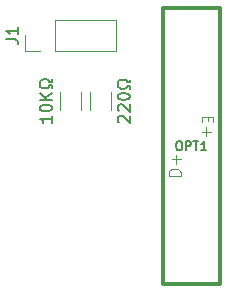
<source format=gbr>
%TF.GenerationSoftware,KiCad,Pcbnew,8.0.3*%
%TF.CreationDate,2024-06-20T22:57:56-06:00*%
%TF.ProjectId,Sensor,53656e73-6f72-42e6-9b69-6361645f7063,rev?*%
%TF.SameCoordinates,Original*%
%TF.FileFunction,Legend,Top*%
%TF.FilePolarity,Positive*%
%FSLAX46Y46*%
G04 Gerber Fmt 4.6, Leading zero omitted, Abs format (unit mm)*
G04 Created by KiCad (PCBNEW 8.0.3) date 2024-06-20 22:57:56*
%MOMM*%
%LPD*%
G01*
G04 APERTURE LIST*
%ADD10C,0.300000*%
%ADD11C,0.150000*%
%ADD12C,0.100000*%
%ADD13C,0.120000*%
G04 APERTURE END LIST*
D10*
X150114000Y-87376000D02*
X154940000Y-87376000D01*
X154940000Y-110744000D01*
X150114000Y-110744000D01*
X150114000Y-87376000D01*
D11*
X146362057Y-97033523D02*
X146314438Y-96985904D01*
X146314438Y-96985904D02*
X146266819Y-96890666D01*
X146266819Y-96890666D02*
X146266819Y-96652571D01*
X146266819Y-96652571D02*
X146314438Y-96557333D01*
X146314438Y-96557333D02*
X146362057Y-96509714D01*
X146362057Y-96509714D02*
X146457295Y-96462095D01*
X146457295Y-96462095D02*
X146552533Y-96462095D01*
X146552533Y-96462095D02*
X146695390Y-96509714D01*
X146695390Y-96509714D02*
X147266819Y-97081142D01*
X147266819Y-97081142D02*
X147266819Y-96462095D01*
X146362057Y-96081142D02*
X146314438Y-96033523D01*
X146314438Y-96033523D02*
X146266819Y-95938285D01*
X146266819Y-95938285D02*
X146266819Y-95700190D01*
X146266819Y-95700190D02*
X146314438Y-95604952D01*
X146314438Y-95604952D02*
X146362057Y-95557333D01*
X146362057Y-95557333D02*
X146457295Y-95509714D01*
X146457295Y-95509714D02*
X146552533Y-95509714D01*
X146552533Y-95509714D02*
X146695390Y-95557333D01*
X146695390Y-95557333D02*
X147266819Y-96128761D01*
X147266819Y-96128761D02*
X147266819Y-95509714D01*
X146266819Y-94890666D02*
X146266819Y-94795428D01*
X146266819Y-94795428D02*
X146314438Y-94700190D01*
X146314438Y-94700190D02*
X146362057Y-94652571D01*
X146362057Y-94652571D02*
X146457295Y-94604952D01*
X146457295Y-94604952D02*
X146647771Y-94557333D01*
X146647771Y-94557333D02*
X146885866Y-94557333D01*
X146885866Y-94557333D02*
X147076342Y-94604952D01*
X147076342Y-94604952D02*
X147171580Y-94652571D01*
X147171580Y-94652571D02*
X147219200Y-94700190D01*
X147219200Y-94700190D02*
X147266819Y-94795428D01*
X147266819Y-94795428D02*
X147266819Y-94890666D01*
X147266819Y-94890666D02*
X147219200Y-94985904D01*
X147219200Y-94985904D02*
X147171580Y-95033523D01*
X147171580Y-95033523D02*
X147076342Y-95081142D01*
X147076342Y-95081142D02*
X146885866Y-95128761D01*
X146885866Y-95128761D02*
X146647771Y-95128761D01*
X146647771Y-95128761D02*
X146457295Y-95081142D01*
X146457295Y-95081142D02*
X146362057Y-95033523D01*
X146362057Y-95033523D02*
X146314438Y-94985904D01*
X146314438Y-94985904D02*
X146266819Y-94890666D01*
X147266819Y-94176380D02*
X147266819Y-93938285D01*
X147266819Y-93938285D02*
X147076342Y-93938285D01*
X147076342Y-93938285D02*
X147028723Y-94033523D01*
X147028723Y-94033523D02*
X146933485Y-94128761D01*
X146933485Y-94128761D02*
X146790628Y-94176380D01*
X146790628Y-94176380D02*
X146552533Y-94176380D01*
X146552533Y-94176380D02*
X146409676Y-94128761D01*
X146409676Y-94128761D02*
X146314438Y-94033523D01*
X146314438Y-94033523D02*
X146266819Y-93890666D01*
X146266819Y-93890666D02*
X146266819Y-93700190D01*
X146266819Y-93700190D02*
X146314438Y-93557333D01*
X146314438Y-93557333D02*
X146409676Y-93462095D01*
X146409676Y-93462095D02*
X146552533Y-93414476D01*
X146552533Y-93414476D02*
X146790628Y-93414476D01*
X146790628Y-93414476D02*
X146933485Y-93462095D01*
X146933485Y-93462095D02*
X147028723Y-93557333D01*
X147028723Y-93557333D02*
X147076342Y-93652571D01*
X147076342Y-93652571D02*
X147266819Y-93652571D01*
X147266819Y-93652571D02*
X147266819Y-93414476D01*
X140662819Y-96485904D02*
X140662819Y-97057332D01*
X140662819Y-96771618D02*
X139662819Y-96771618D01*
X139662819Y-96771618D02*
X139805676Y-96866856D01*
X139805676Y-96866856D02*
X139900914Y-96962094D01*
X139900914Y-96962094D02*
X139948533Y-97057332D01*
X139662819Y-95866856D02*
X139662819Y-95771618D01*
X139662819Y-95771618D02*
X139710438Y-95676380D01*
X139710438Y-95676380D02*
X139758057Y-95628761D01*
X139758057Y-95628761D02*
X139853295Y-95581142D01*
X139853295Y-95581142D02*
X140043771Y-95533523D01*
X140043771Y-95533523D02*
X140281866Y-95533523D01*
X140281866Y-95533523D02*
X140472342Y-95581142D01*
X140472342Y-95581142D02*
X140567580Y-95628761D01*
X140567580Y-95628761D02*
X140615200Y-95676380D01*
X140615200Y-95676380D02*
X140662819Y-95771618D01*
X140662819Y-95771618D02*
X140662819Y-95866856D01*
X140662819Y-95866856D02*
X140615200Y-95962094D01*
X140615200Y-95962094D02*
X140567580Y-96009713D01*
X140567580Y-96009713D02*
X140472342Y-96057332D01*
X140472342Y-96057332D02*
X140281866Y-96104951D01*
X140281866Y-96104951D02*
X140043771Y-96104951D01*
X140043771Y-96104951D02*
X139853295Y-96057332D01*
X139853295Y-96057332D02*
X139758057Y-96009713D01*
X139758057Y-96009713D02*
X139710438Y-95962094D01*
X139710438Y-95962094D02*
X139662819Y-95866856D01*
X140662819Y-95104951D02*
X139662819Y-95104951D01*
X140662819Y-94533523D02*
X140091390Y-94962094D01*
X139662819Y-94533523D02*
X140234247Y-95104951D01*
X140662819Y-94152570D02*
X140662819Y-93914475D01*
X140662819Y-93914475D02*
X140472342Y-93914475D01*
X140472342Y-93914475D02*
X140424723Y-94009713D01*
X140424723Y-94009713D02*
X140329485Y-94104951D01*
X140329485Y-94104951D02*
X140186628Y-94152570D01*
X140186628Y-94152570D02*
X139948533Y-94152570D01*
X139948533Y-94152570D02*
X139805676Y-94104951D01*
X139805676Y-94104951D02*
X139710438Y-94009713D01*
X139710438Y-94009713D02*
X139662819Y-93866856D01*
X139662819Y-93866856D02*
X139662819Y-93676380D01*
X139662819Y-93676380D02*
X139710438Y-93533523D01*
X139710438Y-93533523D02*
X139805676Y-93438285D01*
X139805676Y-93438285D02*
X139948533Y-93390666D01*
X139948533Y-93390666D02*
X140186628Y-93390666D01*
X140186628Y-93390666D02*
X140329485Y-93438285D01*
X140329485Y-93438285D02*
X140424723Y-93533523D01*
X140424723Y-93533523D02*
X140472342Y-93628761D01*
X140472342Y-93628761D02*
X140662819Y-93628761D01*
X140662819Y-93628761D02*
X140662819Y-93390666D01*
X151377714Y-98655053D02*
X151520571Y-98655053D01*
X151520571Y-98655053D02*
X151592000Y-98690767D01*
X151592000Y-98690767D02*
X151663428Y-98762196D01*
X151663428Y-98762196D02*
X151699143Y-98905053D01*
X151699143Y-98905053D02*
X151699143Y-99155053D01*
X151699143Y-99155053D02*
X151663428Y-99297910D01*
X151663428Y-99297910D02*
X151592000Y-99369339D01*
X151592000Y-99369339D02*
X151520571Y-99405053D01*
X151520571Y-99405053D02*
X151377714Y-99405053D01*
X151377714Y-99405053D02*
X151306286Y-99369339D01*
X151306286Y-99369339D02*
X151234857Y-99297910D01*
X151234857Y-99297910D02*
X151199143Y-99155053D01*
X151199143Y-99155053D02*
X151199143Y-98905053D01*
X151199143Y-98905053D02*
X151234857Y-98762196D01*
X151234857Y-98762196D02*
X151306286Y-98690767D01*
X151306286Y-98690767D02*
X151377714Y-98655053D01*
X152020571Y-99405053D02*
X152020571Y-98655053D01*
X152020571Y-98655053D02*
X152306285Y-98655053D01*
X152306285Y-98655053D02*
X152377714Y-98690767D01*
X152377714Y-98690767D02*
X152413428Y-98726481D01*
X152413428Y-98726481D02*
X152449142Y-98797910D01*
X152449142Y-98797910D02*
X152449142Y-98905053D01*
X152449142Y-98905053D02*
X152413428Y-98976481D01*
X152413428Y-98976481D02*
X152377714Y-99012196D01*
X152377714Y-99012196D02*
X152306285Y-99047910D01*
X152306285Y-99047910D02*
X152020571Y-99047910D01*
X152663428Y-98655053D02*
X153092000Y-98655053D01*
X152877714Y-99405053D02*
X152877714Y-98655053D01*
X153734857Y-99405053D02*
X153306286Y-99405053D01*
X153520571Y-99405053D02*
X153520571Y-98655053D01*
X153520571Y-98655053D02*
X153449143Y-98762196D01*
X153449143Y-98762196D02*
X153377714Y-98833624D01*
X153377714Y-98833624D02*
X153306286Y-98869339D01*
D12*
X153880390Y-96567773D02*
X153880390Y-96901106D01*
X153356580Y-97043963D02*
X153356580Y-96567773D01*
X153356580Y-96567773D02*
X154356580Y-96567773D01*
X154356580Y-96567773D02*
X154356580Y-97043963D01*
X153737533Y-97472535D02*
X153737533Y-98234440D01*
X153356580Y-97853487D02*
X154118485Y-97853487D01*
X151577419Y-101548004D02*
X150577419Y-101548004D01*
X150577419Y-101548004D02*
X150577419Y-101309909D01*
X150577419Y-101309909D02*
X150625038Y-101167052D01*
X150625038Y-101167052D02*
X150720276Y-101071814D01*
X150720276Y-101071814D02*
X150815514Y-101024195D01*
X150815514Y-101024195D02*
X151005990Y-100976576D01*
X151005990Y-100976576D02*
X151148847Y-100976576D01*
X151148847Y-100976576D02*
X151339323Y-101024195D01*
X151339323Y-101024195D02*
X151434561Y-101071814D01*
X151434561Y-101071814D02*
X151529800Y-101167052D01*
X151529800Y-101167052D02*
X151577419Y-101309909D01*
X151577419Y-101309909D02*
X151577419Y-101548004D01*
X151196466Y-100548004D02*
X151196466Y-99786100D01*
X151577419Y-100167052D02*
X150815514Y-100167052D01*
D11*
X136824819Y-89995333D02*
X137539104Y-89995333D01*
X137539104Y-89995333D02*
X137681961Y-90042952D01*
X137681961Y-90042952D02*
X137777200Y-90138190D01*
X137777200Y-90138190D02*
X137824819Y-90281047D01*
X137824819Y-90281047D02*
X137824819Y-90376285D01*
X137824819Y-88995333D02*
X137824819Y-89566761D01*
X137824819Y-89281047D02*
X136824819Y-89281047D01*
X136824819Y-89281047D02*
X136967676Y-89376285D01*
X136967676Y-89376285D02*
X137062914Y-89471523D01*
X137062914Y-89471523D02*
X137110533Y-89566761D01*
D13*
%TO.C,220\u03A9*%
X145690000Y-94496936D02*
X145690000Y-95951064D01*
X143870000Y-94496936D02*
X143870000Y-95951064D01*
%TO.C,10K\u03A9*%
X143150000Y-94496936D02*
X143150000Y-95951064D01*
X141330000Y-94496936D02*
X141330000Y-95951064D01*
%TO.C,J1*%
X138370000Y-90992000D02*
X138370000Y-89662000D01*
X139700000Y-90992000D02*
X138370000Y-90992000D01*
X140970000Y-90992000D02*
X146110000Y-90992000D01*
X140970000Y-90992000D02*
X140970000Y-88332000D01*
X146110000Y-90992000D02*
X146110000Y-88332000D01*
X140970000Y-88332000D02*
X146110000Y-88332000D01*
%TD*%
M02*

</source>
